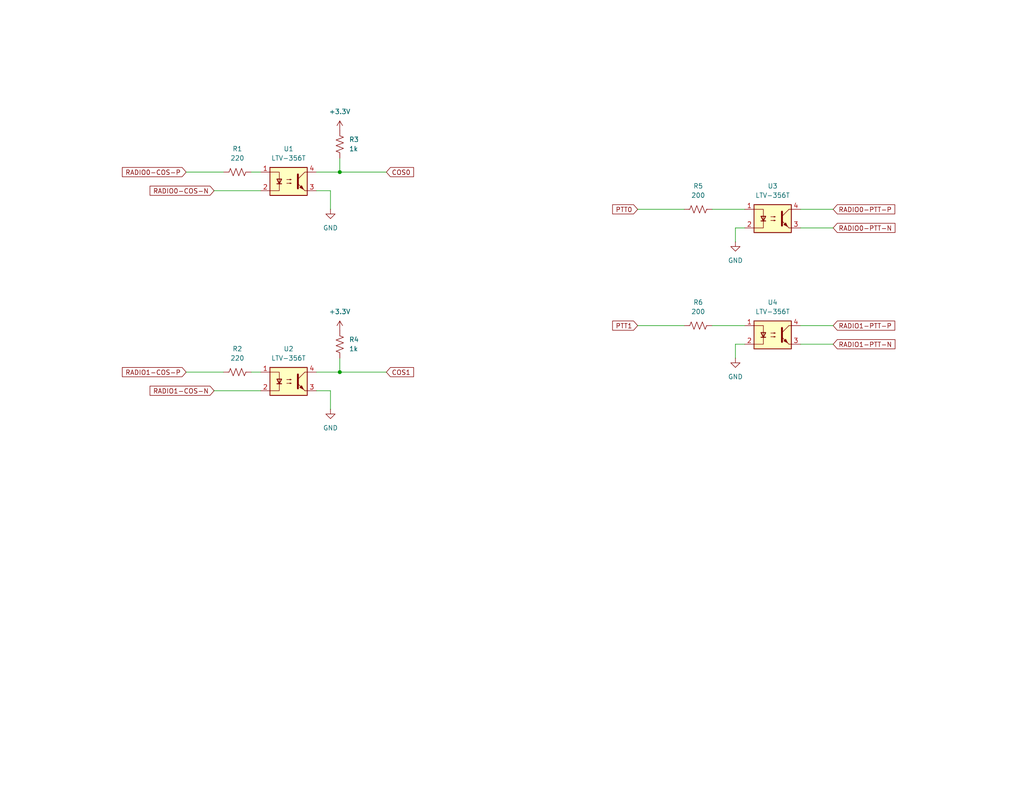
<source format=kicad_sch>
(kicad_sch (version 20231120) (generator "eeschema") (generator_version "8.0")
  (paper "USLetter")
  (title_block (title "KC1FSZ Repeater Controller 1 - Radio Control Module") (date "2025-01-31") (rev "1") (company "Bruce MacKinnon KC1FSZ") (comment 1 "Copyright (C) 2025 - Not for Commercial Use"))
  (lib_symbols
    (symbol "Device:R_US" (pin_numbers hide) (pin_names (offset 0))
      (property "Reference" "R" (at 2.54 0 90))
      (property "Value" "R_US" (at -2.54 0 90))
      (symbol "R_US_0_1"
        (polyline (pts (xy 0 -2.286) (xy 0 -2.54)))
        (polyline (pts (xy 0 2.286) (xy 0 2.54)))
        (polyline (pts (xy 0 -0.762) (xy 1.016 -1.143) (xy 0 -1.524) (xy -1.016 -1.905) (xy 0 -2.286)))
        (polyline (pts (xy 0 0.762) (xy 1.016 0.381) (xy 0 0) (xy -1.016 -0.381) (xy 0 -0.762)))
        (polyline (pts (xy 0 2.286) (xy 1.016 1.905) (xy 0 1.524) (xy -1.016 1.143) (xy 0 0.762)))
      )
      (symbol "R_US_1_1"
        (pin passive line (at 0 3.81 270) (length 1.27) (name "~") (number "1"))
        (pin passive line (at 0 -3.81 90) (length 1.27) (name "~") (number "2"))
      )
    )
    (symbol "Isolator:LTV-356T" (pin_names (offset 1.016))
      (property "Reference" "U" (at -5.334 4.826 0))
      (property "Value" "LTV-356T" (at 0 5.08 0))
      (symbol "LTV-356T_0_1"
        (rectangle (start -5.08 3.81) (end 5.08 -3.81) (stroke (width 0.254)) (fill (type background)))
        (polyline (pts (xy -3.175 -0.635) (xy -1.905 -0.635)) (stroke (width 0.254)))
        (polyline (pts (xy 2.54 0.635) (xy 4.445 2.54)))
        (polyline (pts (xy 4.445 -2.54) (xy 2.54 -0.635)) (fill (type outline)))
        (polyline (pts (xy 4.445 -2.54) (xy 5.08 -2.54)))
        (polyline (pts (xy 4.445 2.54) (xy 5.08 2.54)))
        (polyline (pts (xy -5.08 2.54) (xy -2.54 2.54) (xy -2.54 -0.762)))
        (polyline (pts (xy -2.54 -0.635) (xy -2.54 -2.54) (xy -5.08 -2.54)))
        (polyline (pts (xy 2.54 1.905) (xy 2.54 -1.905) (xy 2.54 -1.905)) (stroke (width 0.508)))
        (polyline (pts (xy -2.54 -0.635) (xy -3.175 0.635) (xy -1.905 0.635) (xy -2.54 -0.635)) (stroke (width 0.254)))
        (polyline (pts (xy -0.508 -0.508) (xy 0.762 -0.508) (xy 0.381 -0.635) (xy 0.381 -0.381) (xy 0.762 -0.508)))
        (polyline (pts (xy -0.508 0.508) (xy 0.762 0.508) (xy 0.381 0.381) (xy 0.381 0.635) (xy 0.762 0.508)))
        (polyline (pts (xy 3.048 -1.651) (xy 3.556 -1.143) (xy 4.064 -2.159) (xy 3.048 -1.651) (xy 3.048 -1.651)) (fill (type outline)))
      )
      (symbol "LTV-356T_1_1"
        (pin passive line (at -7.62 2.54 0) (length 2.54) (name "~") (number "1"))
        (pin passive line (at -7.62 -2.54 0) (length 2.54) (name "~") (number "2"))
        (pin passive line (at 7.62 -2.54 180) (length 2.54) (name "~") (number "3"))
        (pin passive line (at 7.62 2.54 180) (length 2.54) (name "~") (number "4"))
      )
    )
    (symbol "power:+3.3V" (power) (pin_numbers hide) (pin_names (offset 0) hide)
      (property "Value" "+3.3V" (at 0 3.556 0))
      (symbol "+3.3V_0_1"
        (polyline (pts (xy -0.762 1.27) (xy 0 2.54)))
        (polyline (pts (xy 0 0) (xy 0 2.54)))
        (polyline (pts (xy 0 2.54) (xy 0.762 1.27)))
      )
      (symbol "+3.3V_1_1"
        (pin power_in line (at 0 0 90) (length 0) (name "~") (number "1"))
      )
    )
    (symbol "power:GND" (power) (pin_numbers hide) (pin_names (offset 0) hide)
      (property "Value" "GND" (at 0 -3.81 0))
      (symbol "GND_0_1"
        (polyline (pts (xy 0 0) (xy 0 -1.27) (xy 1.27 -1.27) (xy 0 -2.54) (xy -1.27 -1.27) (xy 0 -1.27)))
      )
      (symbol "GND_1_1"
        (pin power_in line (at 0 0 270) (length 0) (name "~") (number "1"))
      )
    )
  )
  (junction (at 92.71 101.6))
  (junction (at 92.71 46.99))
  (wire (pts (xy 218.44 88.9) (xy 227.33 88.9)))
  (wire (pts (xy 86.36 106.68) (xy 90.17 106.68)))
  (wire (pts (xy 90.17 106.68) (xy 90.17 111.76)))
  (wire (pts (xy 86.36 101.6) (xy 92.71 101.6)))
  (wire (pts (xy 173.99 57.15) (xy 186.69 57.15)))
  (wire (pts (xy 200.66 62.23) (xy 200.66 66.04)))
  (wire (pts (xy 92.71 46.99) (xy 105.41 46.99)))
  (wire (pts (xy 194.31 57.15) (xy 203.2 57.15)))
  (wire (pts (xy 203.2 62.23) (xy 200.66 62.23)))
  (wire (pts (xy 86.36 46.99) (xy 92.71 46.99)))
  (wire (pts (xy 194.31 88.9) (xy 203.2 88.9)))
  (wire (pts (xy 86.36 52.07) (xy 90.17 52.07)))
  (wire (pts (xy 173.99 88.9) (xy 186.69 88.9)))
  (wire (pts (xy 68.58 101.6) (xy 71.12 101.6)))
  (wire (pts (xy 90.17 52.07) (xy 90.17 57.15)))
  (wire (pts (xy 92.71 101.6) (xy 105.41 101.6)))
  (wire (pts (xy 92.71 43.18) (xy 92.71 46.99)))
  (wire (pts (xy 50.8 46.99) (xy 60.96 46.99)))
  (wire (pts (xy 203.2 93.98) (xy 200.66 93.98)))
  (wire (pts (xy 200.66 93.98) (xy 200.66 97.79)))
  (wire (pts (xy 218.44 62.23) (xy 227.33 62.23)))
  (wire (pts (xy 92.71 97.79) (xy 92.71 101.6)))
  (wire (pts (xy 218.44 57.15) (xy 227.33 57.15)))
  (wire (pts (xy 50.8 101.6) (xy 60.96 101.6)))
  (wire (pts (xy 58.42 106.68) (xy 71.12 106.68)))
  (wire (pts (xy 68.58 46.99) (xy 71.12 46.99)))
  (wire (pts (xy 218.44 93.98) (xy 227.33 93.98)))
  (wire (pts (xy 58.42 52.07) (xy 71.12 52.07)))
  (global_label "PTT0" (shape input) (at 173.99 57.15 180) (property "Intersheetrefs" "${INTERSHEET_REFS}" (effects (hide yes))))
  (global_label "COS1" (shape input) (at 105.41 101.6 0) (property "Intersheetrefs" "${INTERSHEET_REFS}" (effects (hide yes))))
  (global_label "RADIO0-PTT-P" (shape input) (at 227.33 57.15 0) (property "Intersheetrefs" "${INTERSHEET_REFS}" (effects (hide yes))))
  (global_label "RADIO1-PTT-N" (shape input) (at 227.33 93.98 0) (property "Intersheetrefs" "${INTERSHEET_REFS}" (effects (hide yes))))
  (global_label "RADIO1-COS-P" (shape input) (at 50.8 101.6 180) (property "Intersheetrefs" "${INTERSHEET_REFS}" (effects (hide yes))))
  (global_label "RADIO1-COS-N" (shape input) (at 58.42 106.68 180) (property "Intersheetrefs" "${INTERSHEET_REFS}" (effects (hide yes))))
  (global_label "COS0" (shape input) (at 105.41 46.99 0) (property "Intersheetrefs" "${INTERSHEET_REFS}" (effects (hide yes))))
  (global_label "PTT1" (shape input) (at 173.99 88.9 180) (property "Intersheetrefs" "${INTERSHEET_REFS}" (effects (hide yes))))
  (global_label "RADIO0-COS-N" (shape input) (at 58.42 52.07 180) (property "Intersheetrefs" "${INTERSHEET_REFS}" (effects (hide yes))))
  (global_label "RADIO0-COS-P" (shape input) (at 50.8 46.99 180) (property "Intersheetrefs" "${INTERSHEET_REFS}" (effects (hide yes))))
  (global_label "RADIO0-PTT-N" (shape input) (at 227.33 62.23 0) (property "Intersheetrefs" "${INTERSHEET_REFS}" (effects (hide yes))))
  (global_label "RADIO1-PTT-P" (shape input) (at 227.33 88.9 0) (property "Intersheetrefs" "${INTERSHEET_REFS}" (effects (hide yes))))
  (symbol (lib_id "Device:R_US") (at 190.5 57.15 90) (unit 1)
    (property "Reference" "R5" (at 190.5 50.8 90))
    (property "Value" "200" (at 190.5 53.34 90))
    (property "Footprint" "Resistor_SMD:R_0805_2012Metric_Pad1.20x1.40mm_HandSolder" (effects (hide yes)))
    (property "Description" "Resistor, US symbol" (effects (hide yes)))
  )
  (symbol (lib_id "power:GND") (at 90.17 57.15 0) (unit 1)
    (property "Reference" "#PWR01" (effects (hide yes)))
    (property "Value" "GND" (at 90.17 62.23 0))
    (property "Description" "Power symbol creates a global label with name \"GND\" , ground" (effects (hide yes)))
  )
  (symbol (lib_id "power:+3.3V") (at 92.71 90.17 0) (unit 1)
    (property "Reference" "#PWR04" (effects (hide yes)))
    (property "Value" "+3.3V" (at 92.71 85.09 0))
    (property "Description" "Power symbol creates a global label with name \"+3.3V\"" (effects (hide yes)))
  )
  (symbol (lib_id "power:GND") (at 90.17 111.76 0) (unit 1)
    (property "Reference" "#PWR02" (effects (hide yes)))
    (property "Value" "GND" (at 90.17 116.84 0))
    (property "Description" "Power symbol creates a global label with name \"GND\" , ground" (effects (hide yes)))
  )
  (symbol (lib_id "power:+3.3V") (at 92.71 35.56 0) (unit 1)
    (property "Reference" "#PWR03" (effects (hide yes)))
    (property "Value" "+3.3V" (at 92.71 30.48 0))
    (property "Description" "Power symbol creates a global label with name \"+3.3V\"" (effects (hide yes)))
  )
  (symbol (lib_id "Isolator:LTV-356T") (at 210.82 91.44 0) (unit 1)
    (property "Reference" "U4" (at 210.82 82.55 0))
    (property "Value" "LTV-356T" (at 210.82 85.09 0))
    (property "Footprint" "Package_SO:SO-4_4.4x3.6mm_P2.54mm" (effects (hide yes)))
    (property "Datasheet" "http://optoelectronics.liteon.com/upload/download/DS70-2001-010/S_110_LTV-356T%2020140520.pdf" (effects (hide yes)))
    (property "Description" "DC Optocoupler, Vce 80V, CTR 50%, SO-4" (effects (hide yes)))
  )
  (symbol (lib_id "Device:R_US") (at 92.71 93.98 0) (unit 1)
    (property "Reference" "R4" (at 95.25 92.71 0) (effects (justify left)))
    (property "Value" "1k" (at 95.25 95.25 0) (effects (justify left)))
    (property "Footprint" "Resistor_SMD:R_0805_2012Metric_Pad1.20x1.40mm_HandSolder" (effects (hide yes)))
    (property "Description" "Resistor, US symbol" (effects (hide yes)))
  )
  (symbol (lib_id "Device:R_US") (at 190.5 88.9 90) (unit 1)
    (property "Reference" "R6" (at 190.5 82.55 90))
    (property "Value" "200" (at 190.5 85.09 90))
    (property "Footprint" "Resistor_SMD:R_0805_2012Metric_Pad1.20x1.40mm_HandSolder" (effects (hide yes)))
    (property "Description" "Resistor, US symbol" (effects (hide yes)))
  )
  (symbol (lib_id "power:GND") (at 200.66 97.79 0) (unit 1)
    (property "Reference" "#PWR09" (effects (hide yes)))
    (property "Value" "GND" (at 200.66 102.87 0))
    (property "Description" "Power symbol creates a global label with name \"GND\" , ground" (effects (hide yes)))
  )
  (symbol (lib_id "power:GND") (at 200.66 66.04 0) (unit 1)
    (property "Reference" "#PWR05" (effects (hide yes)))
    (property "Value" "GND" (at 200.66 71.12 0))
    (property "Description" "Power symbol creates a global label with name \"GND\" , ground" (effects (hide yes)))
  )
  (symbol (lib_id "Device:R_US") (at 64.77 101.6 90) (unit 1)
    (property "Reference" "R2" (at 64.77 95.25 90))
    (property "Value" "220" (at 64.77 97.79 90))
    (property "Footprint" "Resistor_SMD:R_0805_2012Metric_Pad1.20x1.40mm_HandSolder" (effects (hide yes)))
    (property "Description" "Resistor, US symbol" (effects (hide yes)))
  )
  (symbol (lib_id "Device:R_US") (at 92.71 39.37 0) (unit 1)
    (property "Reference" "R3" (at 95.25 38.1 0) (effects (justify left)))
    (property "Value" "1k" (at 95.25 40.64 0) (effects (justify left)))
    (property "Footprint" "Resistor_SMD:R_0805_2012Metric_Pad1.20x1.40mm_HandSolder" (effects (hide yes)))
    (property "Description" "Resistor, US symbol" (effects (hide yes)))
  )
  (symbol (lib_id "Device:R_US") (at 64.77 46.99 90) (unit 1)
    (property "Reference" "R1" (at 64.77 40.64 90))
    (property "Value" "220" (at 64.77 43.18 90))
    (property "Footprint" "Resistor_SMD:R_0805_2012Metric_Pad1.20x1.40mm_HandSolder" (effects (hide yes)))
    (property "Description" "Resistor, US symbol" (effects (hide yes)))
  )
  (symbol (lib_id "Isolator:LTV-356T") (at 78.74 49.53 0) (unit 1)
    (property "Reference" "U1" (at 78.74 40.64 0))
    (property "Value" "LTV-356T" (at 78.74 43.18 0))
    (property "Footprint" "Package_SO:SO-4_4.4x3.6mm_P2.54mm" (effects (hide yes)))
    (property "Datasheet" "http://optoelectronics.liteon.com/upload/download/DS70-2001-010/S_110_LTV-356T%2020140520.pdf" (effects (hide yes)))
    (property "Description" "DC Optocoupler, Vce 80V, CTR 50%, SO-4" (effects (hide yes)))
  )
  (symbol (lib_id "Isolator:LTV-356T") (at 210.82 59.69 0) (unit 1)
    (property "Reference" "U3" (at 210.82 50.8 0))
    (property "Value" "LTV-356T" (at 210.82 53.34 0))
    (property "Footprint" "Package_SO:SO-4_4.4x3.6mm_P2.54mm" (effects (hide yes)))
    (property "Datasheet" "http://optoelectronics.liteon.com/upload/download/DS70-2001-010/S_110_LTV-356T%2020140520.pdf" (effects (hide yes)))
    (property "Description" "DC Optocoupler, Vce 80V, CTR 50%, SO-4" (effects (hide yes)))
  )
  (symbol (lib_id "Isolator:LTV-356T") (at 78.74 104.14 0) (unit 1)
    (property "Reference" "U2" (at 78.74 95.25 0))
    (property "Value" "LTV-356T" (at 78.74 97.79 0))
    (property "Footprint" "Package_SO:SO-4_4.4x3.6mm_P2.54mm" (effects (hide yes)))
    (property "Datasheet" "http://optoelectronics.liteon.com/upload/download/DS70-2001-010/S_110_LTV-356T%2020140520.pdf" (effects (hide yes)))
    (property "Description" "DC Optocoupler, Vce 80V, CTR 50%, SO-4" (effects (hide yes)))
  )
)
</source>
